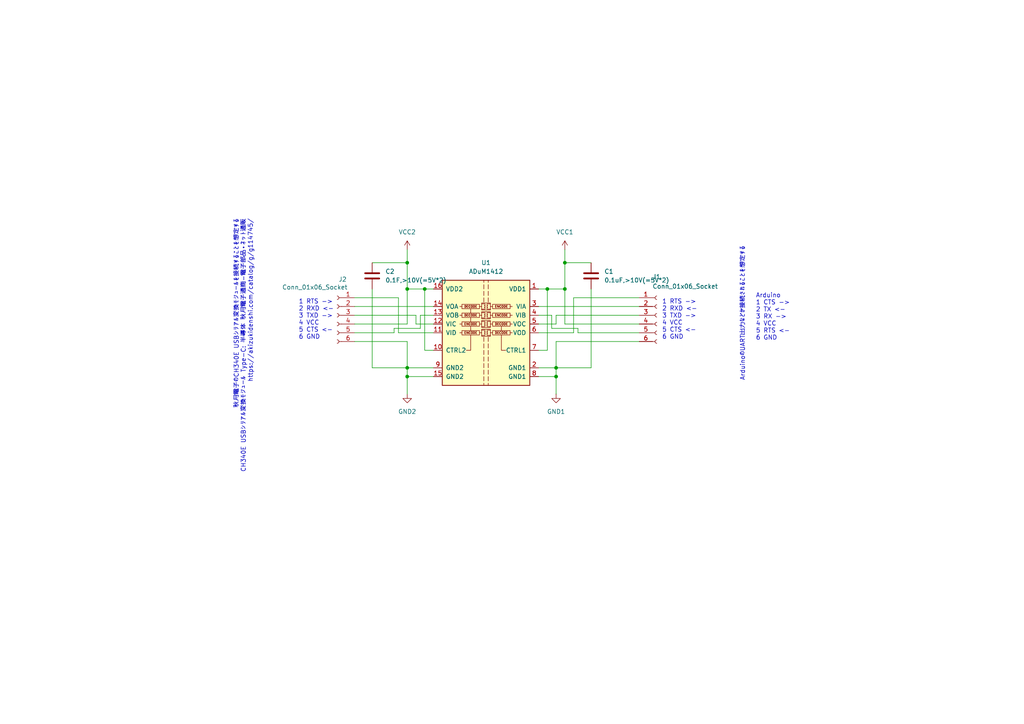
<source format=kicad_sch>
(kicad_sch (version 20250114) (generator "eeschema") (generator_version "9.0")
  (paper "A4")
  (title_block (title "usb_typec_serial_insulation") (date "2026-02-12") (rev "V2.0") (company "takurx") (comment 1 "ADuM1412"))
  (lib_symbols
    (symbol "Connector:Conn_01x06_Socket" (pin_names (offset 1.016) (hide yes))
      (property "Reference" "J" (at 0 7.62 0))
      (property "Value" "Conn_01x06_Socket" (at 0 -10.16 0))
      (symbol "Conn_01x06_Socket_1_1"
        (polyline (pts (xy -1.27 5.08) (xy -0.508 5.08)) (stroke (width 0.1524)))
        (polyline (pts (xy -1.27 2.54) (xy -0.508 2.54)) (stroke (width 0.1524)))
        (polyline (pts (xy -1.27 0) (xy -0.508 0)) (stroke (width 0.1524)))
        (polyline (pts (xy -1.27 -2.54) (xy -0.508 -2.54)) (stroke (width 0.1524)))
        (polyline (pts (xy -1.27 -5.08) (xy -0.508 -5.08)) (stroke (width 0.1524)))
        (polyline (pts (xy -1.27 -7.62) (xy -0.508 -7.62)) (stroke (width 0.1524)))
        (arc (start 0 4.572) (mid -0.5058 5.08) (end 0 5.588) (stroke (width 0.1524)))
        (arc (start 0 2.032) (mid -0.5058 2.54) (end 0 3.048) (stroke (width 0.1524)))
        (arc (start 0 -0.508) (mid -0.5058 0) (end 0 0.508) (stroke (width 0.1524)))
        (arc (start 0 -3.048) (mid -0.5058 -2.54) (end 0 -2.032) (stroke (width 0.1524)))
        (arc (start 0 -5.588) (mid -0.5058 -5.08) (end 0 -4.572) (stroke (width 0.1524)))
        (arc (start 0 -8.128) (mid -0.5058 -7.62) (end 0 -7.112) (stroke (width 0.1524)))
        (pin passive line (at -5.08 5.08 0) (length 3.81) (name "Pin_1") (number "1"))
        (pin passive line (at -5.08 2.54 0) (length 3.81) (name "Pin_2") (number "2"))
        (pin passive line (at -5.08 0 0) (length 3.81) (name "Pin_3") (number "3"))
        (pin passive line (at -5.08 -2.54 0) (length 3.81) (name "Pin_4") (number "4"))
        (pin passive line (at -5.08 -5.08 0) (length 3.81) (name "Pin_5") (number "5"))
        (pin passive line (at -5.08 -7.62 0) (length 3.81) (name "Pin_6") (number "6"))
      )
    )
    (symbol "Device:C" (pin_numbers (hide yes)) (pin_names (offset 0.254))
      (property "Reference" "C" (at 0.635 2.54 0))
      (property "Value" "C" (at 0.635 -2.54 0))
      (symbol "C_0_1"
        (polyline (pts (xy -2.032 0.762) (xy 2.032 0.762)) (stroke (width 0.508)))
        (polyline (pts (xy -2.032 -0.762) (xy 2.032 -0.762)) (stroke (width 0.508)))
      )
      (symbol "C_1_1"
        (pin passive line (at 0 3.81 270) (length 2.794) (name "~") (number "1"))
        (pin passive line (at 0 -3.81 90) (length 2.794) (name "~") (number "2"))
      )
    )
    (symbol "Isolator:ADuM1412" (pin_names (offset 1.016))
      (property "Reference" "U" (at 0 19.05 0))
      (property "Value" "ADuM1412" (at 0 16.51 0))
      (symbol "ADuM1412_0_0"
        (polyline (pts (xy -6.985 7.62) (xy -7.62 7.62)))
        (polyline (pts (xy -6.985 5.08) (xy -7.62 5.08)))
        (polyline (pts (xy -6.985 2.54) (xy -7.62 2.54)))
        (polyline (pts (xy -6.985 0) (xy -7.62 0)))
        (polyline (pts (xy -4.445 0.635) (xy -4.445 1.905)))
        (polyline (pts (xy -4.445 -1.27) (xy -4.445 -0.635)))
        (polyline (pts (xy -4.445 -1.27) (xy -4.445 -5.08) (xy -5.715 -5.08)))
        (polyline (pts (xy -1.905 7.62) (xy -1.27 7.62)))
        (polyline (pts (xy -1.905 5.08) (xy -1.27 5.08)))
        (polyline (pts (xy -1.905 2.54) (xy -1.27 2.54)))
        (rectangle (start -1.905 0.635) (end -6.985 -0.635))
        (polyline (pts (xy -1.905 0) (xy -1.27 0)))
        (rectangle (start -1.27 8.636) (end 1.27 6.604))
        (polyline (pts (xy -1.27 8.382) (xy -0.508 8.382)))
        (polyline (pts (xy -1.27 6.858) (xy -0.508 6.858)))
        (rectangle (start -1.27 6.096) (end 1.27 4.064))
        (polyline (pts (xy -1.27 5.842) (xy -0.508 5.842)))
        (polyline (pts (xy -1.27 4.318) (xy -0.508 4.318)))
        (rectangle (start -1.27 3.556) (end 1.27 1.524))
        (polyline (pts (xy -1.27 3.302) (xy -0.508 3.302)))
        (polyline (pts (xy -1.27 1.778) (xy -0.508 1.778)))
        (rectangle (start -1.27 1.016) (end 1.27 -1.016))
        (polyline (pts (xy -1.27 0.762) (xy -0.508 0.762)))
        (polyline (pts (xy -1.27 -0.762) (xy -0.508 -0.762)))
        (polyline (pts (xy -0.635 15.24) (xy -0.635 14.605)))
        (polyline (pts (xy -0.635 12.7) (xy -0.635 13.97)))
        (polyline (pts (xy -0.635 10.795) (xy -0.635 12.065)))
        (polyline (pts (xy -0.635 8.89) (xy -0.635 10.16)))
        (polyline (pts (xy -0.635 -1.27) (xy -0.635 -2.54)))
        (polyline (pts (xy -0.635 -3.175) (xy -0.635 -4.445)))
        (polyline (pts (xy -0.635 -5.08) (xy -0.635 -6.35)))
        (polyline (pts (xy -0.635 -6.985) (xy -0.635 -8.255)))
        (polyline (pts (xy -0.635 -8.89) (xy -0.635 -10.16)))
        (polyline (pts (xy -0.635 -10.795) (xy -0.635 -12.065)))
        (arc (start -0.508 8.382) (mid -0.2551 8.128) (end -0.508 7.874))
        (arc (start -0.508 7.874) (mid -0.2551 7.62) (end -0.508 7.366))
        (arc (start -0.508 7.366) (mid -0.2551 7.112) (end -0.508 6.858))
        (arc (start -0.508 5.842) (mid -0.2551 5.588) (end -0.508 5.334))
        (arc (start -0.508 5.334) (mid -0.2551 5.08) (end -0.508 4.826))
        (arc (start -0.508 4.826) (mid -0.2551 4.572) (end -0.508 4.318))
        (arc (start -0.508 3.302) (mid -0.2551 3.048) (end -0.508 2.794))
        (arc (start -0.508 2.794) (mid -0.2551 2.54) (end -0.508 2.286))
        (arc (start -0.508 2.286) (mid -0.2551 2.032) (end -0.508 1.778))
        (arc (start -0.508 0.762) (mid -0.2551 0.508) (end -0.508 0.254))
        (arc (start -0.508 0.254) (mid -0.2551 0) (end -0.508 -0.254))
        (arc (start -0.508 -0.254) (mid -0.2551 -0.508) (end -0.508 -0.762))
        (arc (start 0.508 7.874) (mid 0.255 8.128) (end 0.508 8.382))
        (arc (start 0.508 7.366) (mid 0.255 7.62) (end 0.508 7.874))
        (arc (start 0.508 6.858) (mid 0.255 7.112) (end 0.508 7.366))
        (arc (start 0.508 5.334) (mid 0.255 5.588) (end 0.508 5.842))
        (arc (start 0.508 4.826) (mid 0.255 5.08) (end 0.508 5.334))
        (arc (start 0.508 4.318) (mid 0.255 4.572) (end 0.508 4.826))
        (arc (start 0.508 2.794) (mid 0.255 3.048) (end 0.508 3.302))
        (arc (start 0.508 2.286) (mid 0.255 2.54) (end 0.508 2.794))
        (arc (start 0.508 1.778) (mid 0.255 2.032) (end 0.508 2.286))
        (arc (start 0.508 0.254) (mid 0.255 0.508) (end 0.508 0.762))
        (arc (start 0.508 -0.254) (mid 0.255 0) (end 0.508 0.254))
        (arc (start 0.508 -0.762) (mid 0.255 -0.508) (end 0.508 -0.254))
        (polyline (pts (xy 0.635 14.605) (xy 0.635 15.24)))
        (polyline (pts (xy 0.635 13.97) (xy 0.635 12.7)))
        (polyline (pts (xy 0.635 12.065) (xy 0.635 10.795)))
        (polyline (pts (xy 0.635 8.89) (xy 0.635 10.16)))
        (polyline (pts (xy 0.635 -1.27) (xy 0.635 -2.54)))
        (polyline (pts (xy 0.635 -3.175) (xy 0.635 -4.445)))
        (polyline (pts (xy 0.635 -5.08) (xy 0.635 -6.35)))
        (polyline (pts (xy 0.635 -6.985) (xy 0.635 -8.255)))
        (polyline (pts (xy 0.635 -8.89) (xy 0.635 -10.16)))
        (polyline (pts (xy 0.635 -10.795) (xy 0.635 -12.065)))
        (polyline (pts (xy 1.27 8.382) (xy 0.508 8.382)))
        (polyline (pts (xy 1.27 6.858) (xy 0.508 6.858)))
        (polyline (pts (xy 1.27 5.842) (xy 0.508 5.842)))
        (polyline (pts (xy 1.27 4.318) (xy 0.508 4.318)))
        (polyline (pts (xy 1.27 3.302) (xy 0.508 3.302)))
        (polyline (pts (xy 1.27 1.778) (xy 0.508 1.778)))
        (polyline (pts (xy 1.27 0.762) (xy 0.508 0.762)))
        (polyline (pts (xy 1.27 -0.762) (xy 0.508 -0.762)))
        (rectangle (start 1.905 8.255) (end 6.985 6.985))
        (polyline (pts (xy 1.905 7.62) (xy 1.27 7.62)))
        (rectangle (start 1.905 5.715) (end 6.985 4.445))
        (polyline (pts (xy 1.905 5.08) (xy 1.27 5.08)))
        (rectangle (start 1.905 3.175) (end 6.985 1.905))
        (polyline (pts (xy 1.905 2.54) (xy 1.27 2.54)))
        (rectangle (start 1.905 0.635) (end 6.985 -0.635))
        (polyline (pts (xy 1.905 0) (xy 1.27 0)))
        (polyline (pts (xy 4.445 5.715) (xy 4.445 6.985)))
        (polyline (pts (xy 4.445 3.175) (xy 4.445 4.445)))
        (polyline (pts (xy 4.445 0.635) (xy 4.445 1.905)))
        (polyline (pts (xy 5.715 -5.08) (xy 4.445 -5.08) (xy 4.445 -0.635)))
        (polyline (pts (xy 6.985 7.62) (xy 7.62 7.62)))
        (polyline (pts (xy 6.985 5.08) (xy 7.62 5.08)))
        (polyline (pts (xy 6.985 2.54) (xy 7.62 2.54)))
        (polyline (pts (xy 6.985 0) (xy 7.62 0)))
        (text "ENCODE" (at -4.445 7.62 0) (effects (font (size 0.635 0.635))))
        (text "ENCODE" (at -4.445 5.08 0) (effects (font (size 0.635 0.635))))
        (text "DECODE" (at -4.445 2.54 0) (effects (font (size 0.635 0.635))))
        (text "DECODE" (at -4.445 0 0) (effects (font (size 0.635 0.635))))
        (text "DECODE" (at 4.445 7.62 0) (effects (font (size 0.635 0.635))))
        (text "DECODE" (at 4.445 5.08 0) (effects (font (size 0.635 0.635))))
        (text "ENCODE" (at 4.445 2.54 0) (effects (font (size 0.635 0.635))))
        (text "ENCODE" (at 4.445 0 0) (effects (font (size 0.635 0.635))))
      )
      (symbol "ADuM1412_0_1"
        (rectangle (start -12.7 15.24) (end 12.7 -15.24) (stroke (width 0.254)) (fill (type background)))
        (rectangle (start -1.905 8.255) (end -6.985 6.985))
        (rectangle (start -1.905 5.715) (end -6.985 4.445))
        (rectangle (start -1.905 3.175) (end -6.985 1.905))
        (polyline (pts (xy -0.635 -12.7) (xy -0.635 -13.97)))
        (polyline (pts (xy -0.635 -14.605) (xy -0.635 -15.24)))
        (polyline (pts (xy 0.635 -12.7) (xy 0.635 -13.97)))
        (polyline (pts (xy 0.635 -14.605) (xy 0.635 -15.24)))
      )
      (symbol "ADuM1412_1_1"
        (pin power_in line (at -15.24 12.7 0) (length 2.54) (name "VDD1") (number "1"))
        (pin input line (at -15.24 7.62 0) (length 2.54) (name "VIA") (number "3"))
        (pin input line (at -15.24 5.08 0) (length 2.54) (name "VIB") (number "4"))
        (pin output line (at -15.24 2.54 0) (length 2.54) (name "VOC") (number "5"))
        (pin output line (at -15.24 0 0) (length 2.54) (name "VOD") (number "6"))
        (pin input line (at -15.24 -5.08 0) (length 2.54) (name "CTRL1") (number "7"))
        (pin power_in line (at -15.24 -10.16 0) (length 2.54) (name "GND1") (number "2"))
        (pin power_in line (at -15.24 -12.7 0) (length 2.54) (name "GND1") (number "8"))
        (pin power_in line (at 15.24 12.7 180) (length 2.54) (name "VDD2") (number "16"))
        (pin output line (at 15.24 7.62 180) (length 2.54) (name "VOA") (number "14"))
        (pin output line (at 15.24 5.08 180) (length 2.54) (name "VOB") (number "13"))
        (pin input line (at 15.24 2.54 180) (length 2.54) (name "VIC") (number "12"))
        (pin input line (at 15.24 0 180) (length 2.54) (name "VID") (number "11"))
        (pin input line (at 15.24 -5.08 180) (length 2.54) (name "CTRL2") (number "10"))
        (pin power_in line (at 15.24 -10.16 180) (length 2.54) (name "GND2") (number "9"))
        (pin power_in line (at 15.24 -12.7 180) (length 2.54) (name "GND2") (number "15"))
      )
    )
    (symbol "power:GND1" (power) (pin_numbers (hide yes)) (pin_names (offset 0) (hide yes))
      (property "Value" "GND1" (at 0 -3.81 0))
      (symbol "GND1_0_1"
        (polyline (pts (xy 0 0) (xy 0 -1.27) (xy 1.27 -1.27) (xy 0 -2.54) (xy -1.27 -1.27) (xy 0 -1.27)))
      )
      (symbol "GND1_1_1"
        (pin power_in line (at 0 0 270) (length 0) (name "~") (number "1"))
      )
    )
    (symbol "power:GND2" (power) (pin_numbers (hide yes)) (pin_names (offset 0) (hide yes))
      (property "Value" "GND2" (at 0 -3.81 0))
      (symbol "GND2_0_1"
        (polyline (pts (xy 0 0) (xy 0 -1.27) (xy 1.27 -1.27) (xy 0 -2.54) (xy -1.27 -1.27) (xy 0 -1.27)))
      )
      (symbol "GND2_1_1"
        (pin power_in line (at 0 0 270) (length 0) (name "~") (number "1"))
      )
    )
    (symbol "power:VCC" (power) (pin_numbers (hide yes)) (pin_names (offset 0) (hide yes))
      (property "Value" "VCC" (at 0 3.556 0))
      (symbol "VCC_0_1"
        (polyline (pts (xy -0.762 1.27) (xy 0 2.54)))
        (polyline (pts (xy 0 2.54) (xy 0.762 1.27)))
        (polyline (pts (xy 0 0) (xy 0 2.54)))
      )
      (symbol "VCC_1_1"
        (pin power_in line (at 0 0 90) (length 0) (name "~") (number "1"))
      )
    )
  )
  (text "1 RTS ->\n2 RXD <-\n3 TXD ->\n4 VCC\n5 CTS <-\n6 GND" (at 192.024 92.71 0) (effects (font (size 1.27 1.27)) (justify left)))
  (text "ArduinoのUART出力などが接続されることを想定する\n" (at 215.392 71.374 90) (effects (font (size 1.27 1.27)) (justify right)))
  (text "Arduino\n1 CTS ->\n2 TX <-\n3 RX ->\n4 VCC\n5 RTS <-\n6 GND" (at 219.202 91.948 0) (effects (font (size 1.27 1.27)) (justify left)))
  (text "秋月電子のCH340E USBシリアル変換モジュールを接続することを想定する\nCH340E USBシリアル変換モジュール Type-C: 半導体 秋月電子通商-電子部品・ネット通販\nhttps://akizukidenshi.com/catalog/g/g114745/" (at 70.612 63.5 90) (effects (font (size 1.27 1.27)) (justify right)))
  (text "1 RTS ->\n2 RXD <-\n3 TXD ->\n4 VCC\n5 CTS <-\n6 GND" (at 86.614 92.71 0) (effects (font (size 1.27 1.27)) (justify left)))
  (junction (at 163.83 83.82))
  (junction (at 118.11 109.22))
  (junction (at 118.11 106.68))
  (junction (at 163.83 76.2))
  (junction (at 123.19 83.82))
  (junction (at 118.11 76.2))
  (junction (at 161.29 109.22))
  (junction (at 118.11 83.82))
  (junction (at 161.29 106.68))
  (junction (at 158.75 83.82))
  (wire (pts (xy 125.73 109.22) (xy 118.11 109.22)))
  (wire (pts (xy 118.11 99.06) (xy 118.11 106.68)))
  (wire (pts (xy 118.11 83.82) (xy 118.11 93.98)))
  (wire (pts (xy 156.21 83.82) (xy 158.75 83.82)))
  (wire (pts (xy 158.75 83.82) (xy 163.83 83.82)))
  (wire (pts (xy 163.83 76.2) (xy 171.45 76.2)))
  (wire (pts (xy 118.11 99.06) (xy 102.87 99.06)))
  (wire (pts (xy 163.83 76.2) (xy 163.83 83.82)))
  (wire (pts (xy 185.42 91.44) (xy 161.29 91.44)))
  (wire (pts (xy 123.19 83.82) (xy 125.73 83.82)))
  (wire (pts (xy 118.11 76.2) (xy 118.11 83.82)))
  (wire (pts (xy 118.11 106.68) (xy 125.73 106.68)))
  (wire (pts (xy 166.37 96.52) (xy 166.37 86.36)))
  (wire (pts (xy 118.11 72.39) (xy 118.11 76.2)))
  (wire (pts (xy 102.87 88.9) (xy 125.73 88.9)))
  (wire (pts (xy 156.21 91.44) (xy 160.02 91.44)))
  (wire (pts (xy 107.95 83.82) (xy 107.95 106.68)))
  (wire (pts (xy 123.19 101.6) (xy 123.19 83.82)))
  (wire (pts (xy 115.57 96.52) (xy 115.57 86.36)))
  (wire (pts (xy 163.83 72.39) (xy 163.83 76.2)))
  (wire (pts (xy 156.21 101.6) (xy 158.75 101.6)))
  (wire (pts (xy 118.11 83.82) (xy 123.19 83.82)))
  (wire (pts (xy 185.42 99.06) (xy 161.29 99.06)))
  (wire (pts (xy 107.95 76.2) (xy 118.11 76.2)))
  (wire (pts (xy 161.29 91.44) (xy 161.29 93.98)))
  (wire (pts (xy 107.95 106.68) (xy 118.11 106.68)))
  (wire (pts (xy 156.21 88.9) (xy 185.42 88.9)))
  (wire (pts (xy 161.29 106.68) (xy 161.29 109.22)))
  (wire (pts (xy 167.64 95.25) (xy 160.02 95.25)))
  (wire (pts (xy 115.57 86.36) (xy 102.87 86.36)))
  (wire (pts (xy 156.21 93.98) (xy 161.29 93.98)))
  (wire (pts (xy 114.3 96.52) (xy 102.87 96.52)))
  (wire (pts (xy 121.92 95.25) (xy 114.3 95.25)))
  (wire (pts (xy 160.02 95.25) (xy 160.02 91.44)))
  (wire (pts (xy 156.21 109.22) (xy 161.29 109.22)))
  (wire (pts (xy 120.65 93.98) (xy 120.65 91.44)))
  (wire (pts (xy 156.21 106.68) (xy 161.29 106.68)))
  (wire (pts (xy 118.11 109.22) (xy 118.11 114.3)))
  (wire (pts (xy 171.45 106.68) (xy 161.29 106.68)))
  (wire (pts (xy 118.11 93.98) (xy 102.87 93.98)))
  (wire (pts (xy 118.11 106.68) (xy 118.11 109.22)))
  (wire (pts (xy 114.3 95.25) (xy 114.3 96.52)))
  (wire (pts (xy 171.45 83.82) (xy 171.45 106.68)))
  (wire (pts (xy 161.29 99.06) (xy 161.29 106.68)))
  (wire (pts (xy 125.73 101.6) (xy 123.19 101.6)))
  (wire (pts (xy 125.73 93.98) (xy 120.65 93.98)))
  (wire (pts (xy 156.21 96.52) (xy 166.37 96.52)))
  (wire (pts (xy 125.73 96.52) (xy 115.57 96.52)))
  (wire (pts (xy 185.42 93.98) (xy 163.83 93.98)))
  (wire (pts (xy 161.29 109.22) (xy 161.29 114.3)))
  (wire (pts (xy 185.42 96.52) (xy 167.64 96.52)))
  (wire (pts (xy 167.64 96.52) (xy 167.64 95.25)))
  (wire (pts (xy 158.75 101.6) (xy 158.75 83.82)))
  (wire (pts (xy 125.73 91.44) (xy 121.92 91.44)))
  (wire (pts (xy 121.92 91.44) (xy 121.92 95.25)))
  (wire (pts (xy 163.83 83.82) (xy 163.83 93.98)))
  (wire (pts (xy 120.65 91.44) (xy 102.87 91.44)))
  (wire (pts (xy 166.37 86.36) (xy 185.42 86.36)))
  (symbol (lib_id "Device:C") (at 171.45 80.01 0) (unit 1)
    (property "Reference" "C1" (at 175.26 78.7399 0) (effects (justify left)))
    (property "Value" "0.1uF,>10V(=5V*2)" (at 175.26 81.2799 0) (effects (justify left)))
    (property "Footprint" "Capacitor_SMD:C_0603_1608Metric_Pad1.08x0.95mm_HandSolder" (effects (hide yes)))
    (property "Description" "Unpolarized capacitor" (effects (hide yes)))
  )
  (symbol (lib_id "power:GND2") (at 161.29 114.3 0) (unit 1)
    (property "Reference" "#PWR02" (effects (hide yes)))
    (property "Value" "GND1" (at 161.29 119.38 0))
    (property "Description" "Power symbol creates a global label with name \"GND2\" , ground" (effects (hide yes)))
  )
  (symbol (lib_id "power:VCC") (at 163.83 72.39 0) (unit 1)
    (property "Reference" "#PWR04" (effects (hide yes)))
    (property "Value" "VCC1" (at 163.83 67.31 0))
    (property "Description" "Power symbol creates a global label with name \"VCC\"" (effects (hide yes)))
  )
  (symbol (lib_id "Isolator:ADuM1412") (at 140.97 96.52 0) (mirror y) (unit 1)
    (property "Reference" "U1" (at 140.97 76.2 0))
    (property "Value" "ADuM1412" (at 140.97 78.74 0))
    (property "Footprint" "Package_SO:SOIC-16W_7.5x10.3mm_P1.27mm" (effects (hide yes)))
    (property "Datasheet" "https://www.analog.com/media/en/technical-documentation/data-sheets/ADUM1410_1411_1412.pdf" (effects (hide yes)))
    (property "Description" "Quad Channel Digital Isolator,10Mbps,SO-16" (effects (hide yes)))
  )
  (symbol (lib_id "Device:C") (at 107.95 80.01 0) (unit 1)
    (property "Reference" "C2" (at 111.76 78.7399 0) (effects (justify left)))
    (property "Value" "0.1F,>10V(=5V*2)" (at 111.76 81.2799 0) (effects (justify left)))
    (property "Footprint" "Capacitor_SMD:C_0603_1608Metric_Pad1.08x0.95mm_HandSolder" (effects (hide yes)))
    (property "Description" "Unpolarized capacitor" (effects (hide yes)))
  )
  (symbol (lib_id "power:GND1") (at 118.11 114.3 0) (unit 1)
    (property "Reference" "#PWR01" (effects (hide yes)))
    (property "Value" "GND2" (at 118.11 119.38 0))
    (property "Description" "Power symbol creates a global label with name \"GND1\" , ground" (effects (hide yes)))
  )
  (symbol (lib_id "Connector:Conn_01x06_Socket") (at 190.5 91.44 0) (unit 1)
    (property "Reference" "J1" (at 189.23 80.264 0) (effects (justify left)))
    (property "Value" "Conn_01x06_Socket" (at 189.23 83.058 0) (effects (justify left)))
    (property "Footprint" "Connector_PinHeader_2.54mm:PinHeader_1x06_P2.54mm_Vertical" (effects (hide yes)))
    (property "Description" "Generic connector, single row, 01x06, script generated" (effects (hide yes)))
  )
  (symbol (lib_id "Connector:Conn_01x06_Socket") (at 97.79 91.44 0) (mirror y) (unit 1)
    (property "Reference" "J2" (at 100.584 81.026 0) (effects (justify left)))
    (property "Value" "Conn_01x06_Socket" (at 100.838 83.312 0) (effects (justify left)))
    (property "Footprint" "Connector_PinHeader_2.54mm:PinHeader_1x06_P2.54mm_Vertical" (effects (hide yes)))
    (property "Description" "Generic connector, single row, 01x06, script generated" (effects (hide yes)))
  )
  (symbol (lib_id "power:VCC") (at 118.11 72.39 0) (unit 1)
    (property "Reference" "#PWR05" (effects (hide yes)))
    (property "Value" "VCC2" (at 118.11 67.31 0))
    (property "Description" "Power symbol creates a global label with name \"VCC\"" (effects (hide yes)))
  )
)
</source>
